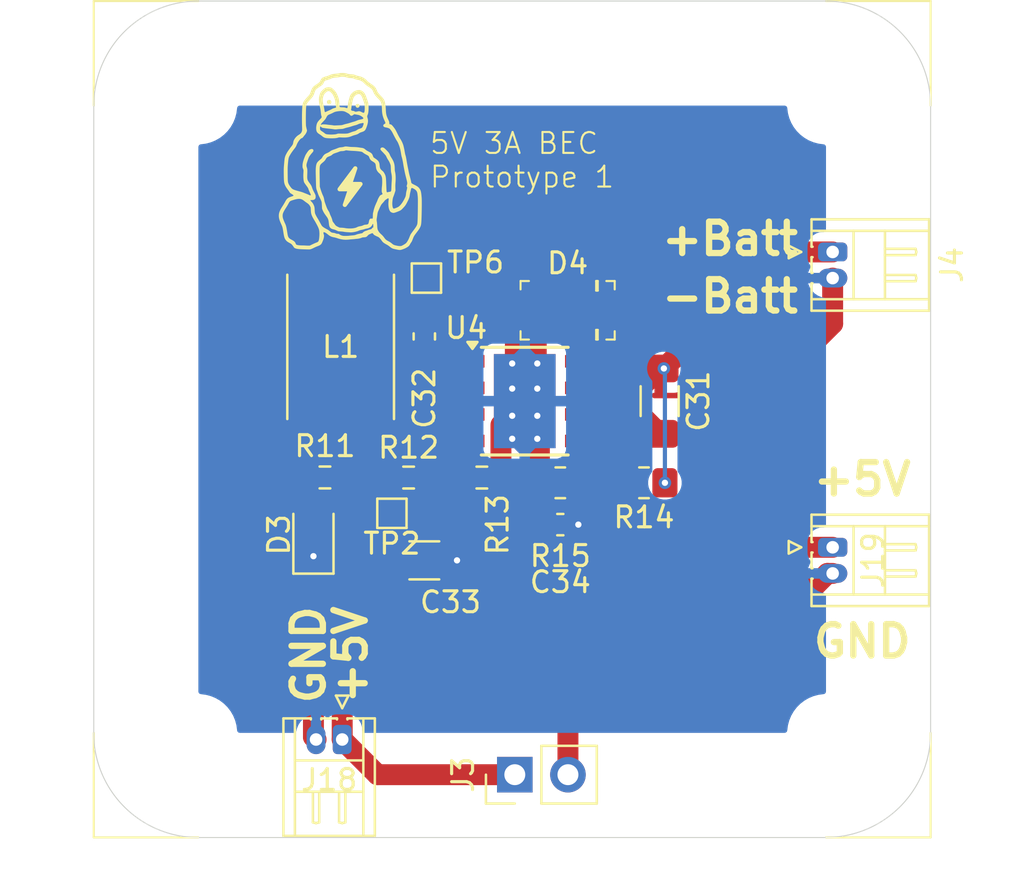
<source format=kicad_pcb>
(kicad_pcb (version 20241229) (generator "pcbnew") (generator_version "9.0")
  (layers (0 "F.Cu" signal) (2 "B.Cu" signal) (13 "F.Paste" user) (15 "B.Paste" user) (5 "F.SilkS" user "F.Silkscreen") (7 "B.SilkS" user "B.Silkscreen") (1 "F.Mask" user) (3 "B.Mask" user) (25 "Edge.Cuts" user))
  (net 0 "")
  (net 1 "BEC_GND")
  (net 2 "BEC_VIN")
  (net 3 "Net-(U4-BOOT)")
  (net 4 "Net-(U4-PH)")
  (net 5 "BEC_OUT")
  (net 6 "Net-(U4-EN)")
  (net 7 "Net-(D3-A)")
  (net 8 "Net-(U4-VSENSE)")
  (footprint "Resistor_SMD:R_0805_2012Metric_Pad1.20x1.40mm_HandSolder" (layer "F.Cu") (at 47.3 48.04 180)
    (property "Reference" "R15" (at 0 -3.5 0) (layer "F.SilkS"))
    (property "Value" "18k")
    (pad "1" smd roundrect (at -1 0 180) (size 1.2 1.4) (layers "F.Cu" "F.Mask" "F.Paste") (roundrect_rratio 0.208333) (net 6 "Net-(U4-EN)"))
    (pad "2" smd roundrect (at 1 0 180) (size 1.2 1.4) (layers "F.Cu" "F.Mask" "F.Paste") (roundrect_rratio 0.208333) (net 1 "BEC_GND"))
  )
  (footprint "Resistor_SMD:R_0603_1608Metric_Pad0.98x0.95mm_HandSolder" (layer "F.Cu") (at 43.55 47.79)
    (property "Reference" "R13" (at 0.75 2.25 90) (layer "F.SilkS"))
    (property "Value" "3.24k")
    (pad "1" smd roundrect (at -0.9125 0) (size 0.975 0.95) (layers "F.Cu" "F.Mask" "F.Paste") (net 8 "Net-(U4-VSENSE)"))
    (pad "2" smd roundrect (at 0.9125 0) (size 0.975 0.95) (layers "F.Cu" "F.Mask" "F.Paste") (net 1 "BEC_GND"))
  )
  (footprint "MountingHole:MountingHole_3.2mm_M3" (layer "F.Cu") (at 30 30)
    (property "Reference" "REF**" (hide yes))
    (property "Value" "MountingHole_3.2mm_M3")
    (pad "" np_thru_hole circle (at 0 0) (size 3.2 3.2) (drill 3.2) (layers "*.Cu" "*.Mask"))
  )
  (footprint "MountingHole:MountingHole_3.2mm_M3" (layer "F.Cu") (at 60 60)
    (property "Reference" "REF**" (hide yes))
    (property "Value" "MountingHole_3.2mm_M3")
    (pad "" np_thru_hole circle (at 0 0) (size 3.2 3.2) (drill 3.2) (layers "*.Cu" "*.Mask"))
  )
  (footprint "Resistor_SMD:R_0603_1608Metric_Pad0.98x0.95mm_HandSolder" (layer "F.Cu") (at 36.05 47.785 180)
    (property "Reference" "R11" (at 0 1.5 0) (layer "F.SilkS"))
    (property "Value" "10K")
    (pad "1" smd roundrect (at -0.9125 0 180) (size 0.975 0.95) (layers "F.Cu" "F.Mask" "F.Paste") (net 5 "BEC_OUT"))
    (pad "2" smd roundrect (at 0.9125 0 180) (size 0.975 0.95) (layers "F.Cu" "F.Mask" "F.Paste") (net 7 "Net-(D3-A)"))
  )
  (footprint "Capacitor_SMD:C_1206_3216Metric_Pad1.33x1.80mm_HandSolder" (layer "F.Cu") (at 40.8 51.75)
    (property "Reference" "C33" (at 1.25 2 0) (layer "F.SilkS"))
    (property "Value" "220uF")
    (pad "1" smd roundrect (at -1.5625 0) (size 1.325 1.8) (layers "F.Cu" "F.Mask" "F.Paste") (roundrect_rratio 0.188679) (net 5 "BEC_OUT"))
    (pad "2" smd roundrect (at 1.5625 0) (size 1.325 1.8) (layers "F.Cu" "F.Mask" "F.Paste") (roundrect_rratio 0.188679) (net 1 "BEC_GND"))
  )
  (footprint "LED_SMD:LED_0805_2012Metric_Pad1.15x1.40mm_HandSolder" (layer "F.Cu") (at 35.5 50.525 90)
    (property "Reference" "D3" (at 0 -1.65 90) (layer "F.SilkS"))
    (property "Value" "5V LED")
    (pad "1" smd roundrect (at -1.025 0 90) (size 1.15 1.4) (layers "F.Cu" "F.Mask" "F.Paste") (roundrect_rratio 0.217391) (net 1 "BEC_GND"))
    (pad "2" smd roundrect (at 1.025 0 90) (size 1.15 1.4) (layers "F.Cu" "F.Mask" "F.Paste") (roundrect_rratio 0.217391) (net 7 "Net-(D3-A)"))
  )
  (footprint "Connector_PinHeader_2.54mm:PinHeader_1x02_P2.54mm_Vertical" (layer "F.Cu") (at 45.125 62 90)
    (property "Reference" "J3" (at 0 -2.475 90) (layer "F.SilkS"))
    (property "Value" "Extra Header")
    (pad "1" thru_hole rect (at 0 0 90) (size 1.7 1.7) (drill 1) (layers "*.Cu" "*.Mask") (net 5 "BEC_OUT"))
    (pad "2" thru_hole circle (at 0 2.54 90) (size 1.7 1.7) (drill 1) (layers "*.Cu" "*.Mask") (net 1 "BEC_GND"))
  )
  (footprint "Inductor_SMD:L_Taiyo-Yuden_NR-50xx_HandSoldering" (layer "F.Cu") (at 36.8 41.54 -90)
    (property "Reference" "L1" (at 0 0 180) (layer "F.SilkS"))
    (property "Value" "18uH")
    (pad "1" smd rect (at -2.25 0 270) (size 2.4 4.2) (layers "F.Cu" "F.Mask" "F.Paste") (net 4 "Net-(U4-PH)"))
    (pad "2" smd rect (at 2.25 0 270) (size 2.4 4.2) (layers "F.Cu" "F.Mask" "F.Paste") (net 5 "BEC_OUT"))
  )
  (footprint "Capacitor_SMD:C_0603_1608Metric_Pad1.08x0.95mm_HandSolder" (layer "F.Cu") (at 47.3 50.04)
    (property "Reference" "C34" (at 0 2.75 0) (layer "F.SilkS"))
    (property "Value" "10nF")
    (pad "1" smd roundrect (at -0.8625 0) (size 1.075 0.95) (layers "F.Cu" "F.Mask" "F.Paste") (net 6 "Net-(U4-EN)"))
    (pad "2" smd roundrect (at 0.8625 0) (size 1.075 0.95) (layers "F.Cu" "F.Mask" "F.Paste") (net 1 "BEC_GND"))
  )
  (footprint "Connector_Hirose:Hirose_DF13-02P-1.25DS_1x02_P1.25mm_Horizontal" (layer "F.Cu") (at 36.875 60.3175 180)
    (property "Reference" "J18" (at 0.62 -1.9325 0) (layer "F.SilkS"))
    (property "Value" "ESC Logic Power")
    (pad "1" thru_hole roundrect (at 0 0 180) (size 0.9 1.4) (drill 0.6) (layers "*.Cu" "*.Mask") (net 5 "BEC_OUT"))
    (pad "2" thru_hole oval (at 1.25 0 180) (size 0.9 1.4) (drill 0.6) (layers "*.Cu" "*.Mask") (net 1 "BEC_GND"))
  )
  (footprint "Connector_Hirose:Hirose_DF13-02P-1.25DS_1x02_P1.25mm_Horizontal" (layer "F.Cu") (at 60.3175 37 -90)
    (property "Reference" "J4" (at 0.62 -5.7 90) (layer "F.SilkS"))
    (property "Value" "From Battery")
    (pad "1" thru_hole roundrect (at 0 0 270) (size 0.9 1.4) (drill 0.6) (layers "*.Cu" "*.Mask") (net 2 "BEC_VIN"))
    (pad "2" thru_hole oval (at 1.25 0 270) (size 0.9 1.4) (drill 0.6) (layers "*.Cu" "*.Mask") (net 1 "BEC_GND"))
  )
  (footprint "MountingHole:MountingHole_3.2mm_M3" (layer "F.Cu") (at 60 30)
    (property "Reference" "REF**" (hide yes))
    (property "Value" "MountingHole_3.2mm_M3")
    (pad "" np_thru_hole circle (at 0 0) (size 3.2 3.2) (drill 3.2) (layers "*.Cu" "*.Mask"))
  )
  (footprint "TestPoint:TestPoint_Pad_1.0x1.0mm" (layer "F.Cu") (at 40.9 38.25)
    (property "Reference" "TP6" (at 2.35 -0.75 0) (layer "F.SilkS"))
    (property "Value" "Per datasheet")
    (pad "1" smd rect (at 0 0) (size 1 1) (layers "F.Cu" "F.Mask") (net 4 "Net-(U4-PH)"))
  )
  (footprint "MountingHole:MountingHole_3.2mm_M3" (layer "F.Cu") (at 30 60)
    (property "Reference" "REF**" (hide yes))
    (property "Value" "MountingHole_3.2mm_M3")
    (pad "" np_thru_hole circle (at 0 0) (size 3.2 3.2) (drill 3.2) (layers "*.Cu" "*.Mask"))
  )
  (footprint "Capacitor_SMD:C_0603_1608Metric_Pad1.08x0.95mm_HandSolder" (layer "F.Cu") (at 40.8 41.04 90)
    (property "Reference" "C32" (at -2.96 0 90) (layer "F.SilkS"))
    (property "Value" "10nF")
    (pad "1" smd roundrect (at -0.8625 0 90) (size 1.075 0.95) (layers "F.Cu" "F.Mask" "F.Paste") (net 3 "Net-(U4-BOOT)"))
    (pad "2" smd roundrect (at 0.8625 0 90) (size 1.075 0.95) (layers "F.Cu" "F.Mask" "F.Paste") (net 4 "Net-(U4-PH)"))
  )
  (footprint "TestPoint:TestPoint_Pad_1.0x1.0mm" (layer "F.Cu") (at 39.25 49.5 180)
    (property "Reference" "TP2" (at 0 -1.448 0) (layer "F.SilkS"))
    (property "Value" "+5V")
    (pad "1" smd rect (at 0 0 180) (size 1 1) (layers "F.Cu" "F.Mask") (net 5 "BEC_OUT"))
  )
  (footprint "Capacitor_SMD:C_1206_3216Metric_Pad1.33x1.80mm_HandSolder" (layer "F.Cu") (at 52.05 44.135 -90)
    (property "Reference" "C31" (at 0 -1.85 270) (layer "F.SilkS"))
    (property "Value" "10uF")
    (pad "1" smd roundrect (at -1.5625 0 270) (size 1.325 1.8) (layers "F.Cu" "F.Mask" "F.Paste") (roundrect_rratio 0.188679) (net 2 "BEC_VIN"))
    (pad "2" smd roundrect (at 1.5625 0 270) (size 1.325 1.8) (layers "F.Cu" "F.Mask" "F.Paste") (roundrect_rratio 0.188679) (net 1 "BEC_GND"))
  )
  (footprint "Resistor_SMD:R_0805_2012Metric_Pad1.20x1.40mm_HandSolder" (layer "F.Cu") (at 51.3 48.04 180)
    (property "Reference" "R14" (at 0 -1.65 0) (layer "F.SilkS"))
    (property "Value" "100k")
    (pad "1" smd roundrect (at -1 0 180) (size 1.2 1.4) (layers "F.Cu" "F.Mask" "F.Paste") (roundrect_rratio 0.208333) (net 2 "BEC_VIN"))
    (pad "2" smd roundrect (at 1 0 180) (size 1.2 1.4) (layers "F.Cu" "F.Mask" "F.Paste") (roundrect_rratio 0.208333) (net 6 "Net-(U4-EN)"))
  )
  (footprint "Package_SO:TI_SO-PowerPAD-8_ThermalVias" (layer "F.Cu") (at 45.6 44.135)
    (property "Reference" "U4" (at -2.8 -3.5 0) (layer "F.SilkS"))
    (property "Value" "TPS5430DDA")
    (pad "1" smd rect (at -2.7 -1.905) (size 1.55 0.6) (layers "F.Cu" "F.Mask" "F.Paste") (net 3 "Net-(U4-BOOT)"))
    (pad "2" smd rect (at -2.7 -0.635) (size 1.55 0.6) (layers "F.Cu" "F.Mask" "F.Paste"))
    (pad "3" smd rect (at -2.7 0.635) (size 1.55 0.6) (layers "F.Cu" "F.Mask" "F.Paste"))
    (pad "4" smd rect (at -2.7 1.905) (size 1.55 0.6) (layers "F.Cu" "F.Mask" "F.Paste") (net 8 "Net-(U4-VSENSE)"))
    (pad "5" smd rect (at 2.7 1.905) (size 1.55 0.6) (layers "F.Cu" "F.Mask" "F.Paste") (net 6 "Net-(U4-EN)"))
    (pad "6" smd rect (at 2.7 0.635) (size 1.55 0.6) (layers "F.Cu" "F.Mask" "F.Paste") (net 1 "BEC_GND"))
    (pad "7" smd rect (at 2.7 -0.635) (size 1.55 0.6) (layers "F.Cu" "F.Mask" "F.Paste") (net 2 "BEC_VIN"))
    (pad "8" smd rect (at 2.7 -1.905) (size 1.55 0.6) (layers "F.Cu" "F.Mask" "F.Paste") (net 4 "Net-(U4-PH)"))
    (pad "9" thru_hole circle (at -0.6 -1.8) (size 0.6 0.6) (drill 0.3) (layers "*.Cu") (net 1 "BEC_GND"))
    (pad "9" thru_hole circle (at -0.6 -0.6) (size 0.6 0.6) (drill 0.3) (layers "*.Cu") (net 1 "BEC_GND"))
    (pad "9" thru_hole circle (at -0.6 0.7) (size 0.6 0.6) (drill 0.3) (layers "*.Cu") (net 1 "BEC_GND"))
    (pad "9" thru_hole circle (at -0.6 1.8) (size 0.6 0.6) (drill 0.3) (layers "*.Cu") (net 1 "BEC_GND"))
    (pad "9" smd rect (at 0 0) (size 2.6 3.1) (layers "F.Cu" "F.Mask" "F.Paste") (net 1 "BEC_GND"))
    (pad "9" smd rect (at 0 0) (size 2.95 4.5) (layers "F.Cu") (net 1 "BEC_GND"))
    (pad "9" smd rect (at 0 0) (size 2.95 4.5) (layers "B.Cu") (net 1 "BEC_GND"))
    (pad "9" thru_hole circle (at 0.6 -1.8) (size 0.6 0.6) (drill 0.3) (layers "*.Cu") (net 1 "BEC_GND"))
    (pad "9" thru_hole circle (at 0.6 -0.6) (size 0.6 0.6) (drill 0.3) (layers "*.Cu") (net 1 "BEC_GND"))
    (pad "9" thru_hole circle (at 0.6 0.7) (size 0.6 0.6) (drill 0.3) (layers "*.Cu") (net 1 "BEC_GND"))
    (pad "9" thru_hole circle (at 0.6 1.8) (size 0.6 0.6) (drill 0.3) (layers "*.Cu") (net 1 "BEC_GND"))
  )
  (footprint "Resistor_SMD:R_0603_1608Metric_Pad0.98x0.95mm_HandSolder" (layer "F.Cu") (at 40.05 47.79)
    (property "Reference" "R12" (at 0 -1.43 0) (layer "F.SilkS"))
    (property "Value" "10k")
    (pad "1" smd roundrect (at -0.9125 0) (size 0.975 0.95) (layers "F.Cu" "F.Mask" "F.Paste") (net 5 "BEC_OUT"))
    (pad "2" smd roundrect (at 0.9125 0) (size 0.975 0.95) (layers "F.Cu" "F.Mask" "F.Paste") (net 8 "Net-(U4-VSENSE)"))
  )
  (footprint "Connector_Hirose:Hirose_DF13-02P-1.25DS_1x02_P1.25mm_Horizontal" (layer "F.Cu") (at 60.3175 51.125 -90)
    (property "Reference" "J19" (at 0.62 -1.9325 90) (layer "F.SilkS"))
    (property "Value" "Flight Controller Power")
    (pad "1" thru_hole roundrect (at 0 0 270) (size 0.9 1.4) (drill 0.6) (layers "*.Cu" "*.Mask") (net 5 "BEC_OUT"))
    (pad "2" thru_hole oval (at 1.25 0 270) (size 0.9 1.4) (drill 0.6) (layers "*.Cu" "*.Mask") (net 1 "BEC_GND"))
  )
  (footprint "customimages:linuxpenguin" (layer "F.Cu") (at 37 33)
    (property "Reference" "G***" (hide yes))
    (property "Value" "LOGO" (hide yes))
  )
  (footprint "digikey-footprints:DO-214AC" (layer "F.Cu") (at 47.65 39.79 180)
    (property "Reference" "D4" (at 0 2.25 0) (layer "F.SilkS"))
    (property "Value" "B340A")
    (pad "A" smd rect (at 2 0 180) (size 2.5 1.7) (layers "F.Cu" "F.Mask" "F.Paste") (net 1 "BEC_GND"))
    (pad "K" smd rect (at -2 0 180) (size 2.5 1.7) (layers "F.Cu" "F.Mask" "F.Paste") (net 4 "Net-(U4-PH)"))
  )
  (gr_line (start 65 30) (end 65 25) (stroke (width 0.1)) (layer "F.SilkS"))
  (gr_line (start 25 65) (end 30 65) (stroke (width 0.1)) (layer "F.SilkS"))
  (gr_line (start 25 25) (end 30 25) (stroke (width 0.1)) (layer "F.SilkS"))
  (gr_line (start 60 65) (end 65 65) (stroke (width 0.1)) (layer "F.SilkS"))
  (gr_poly (pts (xy 37.5 33) (xy 36.75 34) (xy 37.25 34) (xy 37 34.75) (xy 37.75 33.75) (xy 37.5 33.75) (xy 37.25 33.75)) (stroke (width 0.2)) (fill yes) (layer "F.SilkS"))
  (gr_line (start 65 65) (end 65 60) (stroke (width 0.1)) (layer "F.SilkS"))
  (gr_line (start 25 30) (end 25 25) (stroke (width 0.1)) (layer "F.SilkS"))
  (gr_line (start 25 60) (end 25 65) (stroke (width 0.1)) (layer "F.SilkS"))
  (gr_line (start 65 25) (end 60 25) (stroke (width 0.1)) (layer "F.SilkS"))
  (gr_arc (start 25 30) (mid 26.464466 26.464466) (end 30 25) (stroke (width 0.05)) (layer "Edge.Cuts"))
  (gr_line (start 60 25) (end 30 25) (stroke (width 0.05)) (layer "Edge.Cuts"))
  (gr_line (start 25 30) (end 25 60) (stroke (width 0.05)) (layer "Edge.Cuts"))
  (gr_line (start 65 60) (end 65 30) (stroke (width 0.05)) (layer "Edge.Cuts"))
  (gr_line (start 30 65.006246) (end 60 65.006246) (stroke (width 0.05)) (layer "Edge.Cuts"))
  (gr_arc (start 65 60) (mid 63.535534 63.535534) (end 60 65) (stroke (width 0.05)) (layer "Edge.Cuts"))
  (gr_arc (start 60 25) (mid 63.535534 26.464466) (end 65 30) (stroke (width 0.05)) (layer "Edge.Cuts"))
  (gr_arc (start 30 65.006246) (mid 26.46005 63.53995) (end 24.993754 60) (stroke (width 0.05)) (layer "Edge.Cuts"))
  (gr_text "+5V" (at 59.25 48.75 0) (layer "F.SilkS") (effects (font (size 1.5 1.5) (thickness 0.3) (bold yes)) (justify left bottom)))
  (gr_text "+Batt" (at 52 37.25 0) (layer "F.SilkS") (effects (font (size 1.5 1.5) (thickness 0.3) (bold yes)) (justify left bottom)))
  (gr_text "5V 3A BEC\nPrototype 1" (at 41 34 0) (layer "F.SilkS") (effects (font (size 1 1) (thickness 0.1)) (justify left bottom)))
  (gr_text "+5V" (at 38.15 58.75 90) (layer "F.SilkS") (effects (font (size 1.5 1.5) (thickness 0.3) (bold yes)) (justify left bottom)))
  (gr_text "-Batt" (at 52 40 0) (layer "F.SilkS") (effects (font (size 1.5 1.5) (thickness 0.3) (bold yes)) (justify left bottom)))
  (gr_text "GND" (at 36.15 58.75 90) (layer "F.SilkS") (effects (font (size 1.5 1.5) (thickness 0.3) (bold yes)) (justify left bottom)))
  (gr_text "GND" (at 59.25 56.5 0) (layer "F.SilkS") (effects (font (size 1.5 1.5) (thickness 0.3) (bold yes)) (justify left bottom)))
  (segment (start 44.4625 45.2725) (end 45.6 44.135) (width 0.2) (layer "F.Cu") (net 1))
  (segment (start 45.65 39.79) (end 45.65 44.085) (width 2) (layer "F.Cu") (net 1))
  (segment (start 60.3175 40.4325) (end 55.0525 45.6975) (width 1) (layer "F.Cu") (net 1))
  (segment (start 52.05 45.6975) (end 51.1225 44.77) (width 1) (layer "F.Cu") (net 1))
  (segment (start 45.65 44.085) (end 45.6 44.135) (width 0.2) (layer "F.Cu") (net 1))
  (segment (start 47.65 53.25) (end 43.8625 53.25) (width 1) (layer "F.Cu") (net 1))
  (segment (start 55.0525 45.6975) (end 52.05 45.6975) (width 1) (layer "F.Cu") (net 1))
  (segment (start 60.0675 52.375) (end 59.1925 53.25) (width 1) (layer "F.Cu") (net 1))
  (segment (start 60.3175 52.375) (end 60.0675 52.375) (width 1) (layer "F.Cu") (net 1))
  (segment (start 47.665 53.265) (end 47.65 53.25) (width 0.2) (layer "F.Cu") (net 1))
  (segment (start 35.5 60.1925) (end 35.5 51.55) (width 1) (layer "F.Cu") (net 1))
  (segment (start 59.1925 53.25) (end 47.65 53.25) (width 1) (layer "F.Cu") (net 1))
  (segment (start 43.8625 53.25) (end 42.3625 51.75) (width 1) (layer "F.Cu") (net 1))
  (segment (start 47.665 62) (end 47.665 53.265) (width 1) (layer "F.Cu") (net 1))
  (segment (start 44.7125 48.04) (end 44.4625 47.79) (width 0.2) (layer "F.Cu") (net 1))
  (segment (start 46.3 44.835) (end 45.6 44.135) (width 0.2) (layer "F.Cu") (net 1))
  (segment (start 46.3 48.04) (end 46.3 44.835) (width 1) (layer "F.Cu") (net 1))
  (segment (start 60.3175 38.25) (end 60.3175 40.4325) (width 1) (layer "F.Cu") (net 1))
  (segment (start 35.625 60.3175) (end 35.5 60.1925) (width 1) (layer "F.Cu") (net 1))
  (segment (start 44.4625 47.79) (end 44.4625 45.2725) (width 1) (layer "F.Cu") (net 1))
  (segment (start 46.3 48.04) (end 44.7125 48.04) (width 1) (layer "F.Cu") (net 1))
  (segment (start 51.1225 44.77) (end 48.3 44.77) (width 1) (layer "F.Cu") (net 1))
  (via (at 35.5 51.55) (size 0.6) (drill 0.3) (layers "F.Cu" "B.Cu") (net 1))
  (via (at 48.1625 50.04) (size 0.6) (drill 0.3) (layers "F.Cu" "B.Cu") (net 1))
  (via (at 42.3625 51.75) (size 0.6) (drill 0.3) (layers "F.Cu" "B.Cu") (net 1))
  (segment (start 52.25 42.5725) (end 57.8225 37) (width 1) (layer "F.Cu") (net 2))
  (segment (start 52.05 42.5725) (end 52.25 42.5725) (width 1) (layer "F.Cu") (net 2))
  (segment (start 48.3 43.5) (end 51.1225 43.5) (width 1) (layer "F.Cu") (net 2))
  (segment (start 57.8225 37) (end 60.3175 37) (width 1) (layer "F.Cu") (net 2))
  (segment (start 51.1225 43.5) (end 52.05 42.5725) (width 1) (layer "F.Cu") (net 2))
  (via (at 52.3 48.04) (size 0.6) (drill 0.3) (layers "F.Cu" "B.Cu") (net 2))
  (via (at 52.25 42.5725) (size 0.6) (drill 0.3) (layers "F.Cu" "B.Cu") (net 2))
  (segment (start 52.3 42.6225) (end 52.25 42.5725) (width 0.2) (layer "B.Cu") (net 2))
  (segment (start 52.3 48.04) (end 52.3 42.6225) (width 0.2) (layer "B.Cu") (net 2))
  (segment (start 42.5725 41.9025) (end 42.9 42.23) (width 1) (layer "F.Cu") (net 3))
  (segment (start 40.8 41.9025) (end 42.5725 41.9025) (width 1) (layer "F.Cu") (net 3))
  (segment (start 48.3 41.14) (end 49.65 39.79) (width 1) (layer "F.Cu") (net 4))
  (segment (start 48.3 42.23) (end 48.3 41.14) (width 1) (layer "F.Cu") (net 4))
  (segment (start 54.875 51.125) (end 54.5 51.5) (width 1) (layer "F.Cu") (net 5))
  (segment (start 39.2375 51.75) (end 37.3625 53.625) (width 1) (layer "F.Cu") (net 5))
  (segment (start 54.5 51.5) (end 45.75 51.5) (width 1) (layer "F.Cu") (net 5))
  (segment (start 38.5575 62) (end 36.875 60.3175) (width 1) (layer "F.Cu") (net 5))
  (segment (start 40.451 50.549) (end 40.4385 50.549) (width 1) (layer "F.Cu") (net 5))
  (segment (start 40.4385 50.549) (end 39.2375 51.75) (width 1) (layer "F.Cu") (net 5))
  (segment (start 37.3625 53.6375) (end 36.875 54.125) (width 1) (layer "F.Cu") (net 5))
  (segment (start 44.25 50) (end 41 50) (width 1) (layer "F.Cu") (net 5))
  (segment (start 36.875 54.125) (end 36.875 60.3175) (width 1) (layer "F.Cu") (net 5))
  (segment (start 45.125 62) (end 38.5575 62) (width 1) (layer "F.Cu") (net 5))
  (segment (start 41 50) (end 40.451 50.549) (width 1) (layer "F.Cu") (net 5))
  (segment (start 45.75 51.5) (end 44.25 50) (width 1) (layer "F.Cu") (net 5))
  (segment (start 37.3625 53.625) (end 37.3625 53.6375) (width 1) (layer "F.Cu") (net 5))
  (segment (start 60.3175 51.125) (end 54.875 51.125) (width 1) (layer "F.Cu") (net 5))
  (segment (start 46.4375 49.9025) (end 48.3 48.04) (width 0.5) (layer "F.Cu") (net 6))
  (segment (start 46.4375 50.04) (end 46.4375 49.9025) (width 0.2) (layer "F.Cu") (net 6))
  (segment (start 48.3 48.04) (end 48.3 46.04) (width 0.5) (layer "F.Cu") (net 6))
  (segment (start 50.3 48.04) (end 48.3 48.04) (width 0.5) (layer "F.Cu") (net 6))
  (segment (start 35.565 48.2125) (end 35.1375 47.785) (width 0.2) (layer "F.Cu") (net 7))
  (segment (start 35.565 49.285) (end 35.565 48.2125) (width 0.2) (layer "F.Cu") (net 7))
  (segment (start 42.6375 46.3025) (end 42.9 46.04) (width 0.2) (layer "F.Cu") (net 8))
  (segment (start 40.9625 47.79) (end 42.6375 47.79) (width 0.8) (layer "F.Cu") (net 8))
  (segment (start 42.6375 47.79) (end 42.6375 46.3025) (width 0.8) (layer "F.Cu") (net 8))
  (zone (net 4) (net_name "Net-(U4-PH)") (layer "F.Cu") (priority 6) (connect_pads (clearance 0.5)) (min_thickness 0.25) (fill yes (thermal_gap 0.5) (thermal_bridge_width 0.5))
    (polygon (pts (xy 34.4 37.75) (xy 51.15 37.75) (xy 51.15 41.25) (xy 49.4 41.25) (xy 49.4 43) (xy 47.4 43) (xy 47.4 38.25) (xy 42.15 38.25) (xy 42.15 41) (xy 41.9 41.25) (xy 34.4 41.25)))
  )
  (zone (net 2) (net_name "BEC_VIN") (layer "F.Cu") (priority 5) (connect_pads (clearance 0.5)) (min_thickness 0.25) (fill yes (thermal_gap 0.5) (thermal_bridge_width 0.5))
    (polygon (pts (xy 47.4 43) (xy 47.4 44) (xy 53.15 44) (xy 53.15 41.75) (xy 49.4 41.75) (xy 49.4 43)))
  )
  (zone (net 1) (net_name "BEC_GND") (layer "F.Cu") (priority 4) (connect_pads (clearance 0.5)) (min_thickness 0.25) (fill yes (thermal_gap 0.5) (thermal_bridge_width 0.5))
    (polygon (pts (xy 43.9 38.25) (xy 47.15 38.25) (xy 47.4 38.5) (xy 47.4 46.75) (xy 49.4 46.75) (xy 49.4 45.25) (xy 47.4 45.25) (xy 47.4 44.25) (xy 47.515 44.135) (xy 54.15 44.135) (xy 54.15 52.75) (xy 41.4 52.75) (xy 41.4 48.5) (xy 43.9 48.5)))
  )
  (zone (net 5) (net_name "BEC_OUT") (layer "F.Cu") (priority 3) (connect_pads (clearance 0.5)) (min_thickness 0.25) (fill yes (thermal_gap 0.5) (thermal_bridge_width 0.5))
    (polygon (pts (xy 34.15 42.25) (xy 38.9 42.25) (xy 40.15 43.5) (xy 40.15 53) (xy 34.15 53)))
  )
  (zone (net 1) (net_name "BEC_GND") (layer "B.Cu") (priority 7) (connect_pads (clearance 0.5)) (min_thickness 0.25) (fill yes (thermal_gap 0.5) (thermal_bridge_width 0.5))
    (polygon (pts (xy 30 30) (xy 60 30) (xy 60 60) (xy 30 60)))
  )
)
</source>
